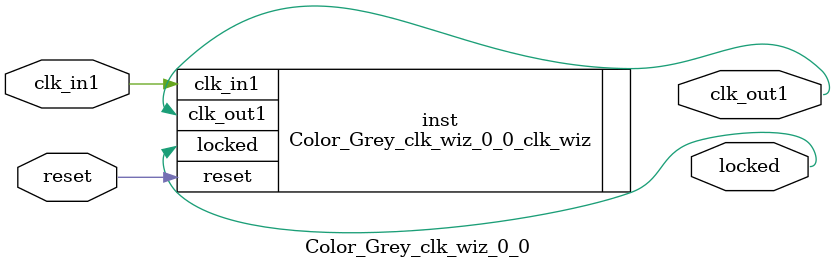
<source format=v>


`timescale 1ps/1ps

(* CORE_GENERATION_INFO = "Color_Grey_clk_wiz_0_0,clk_wiz_v6_0_6_0_0,{component_name=Color_Grey_clk_wiz_0_0,use_phase_alignment=true,use_min_o_jitter=false,use_max_i_jitter=false,use_dyn_phase_shift=false,use_inclk_switchover=false,use_dyn_reconfig=false,enable_axi=0,feedback_source=FDBK_AUTO,PRIMITIVE=MMCM,num_out_clk=1,clkin1_period=10.000,clkin2_period=10.000,use_power_down=false,use_reset=true,use_locked=true,use_inclk_stopped=false,feedback_type=SINGLE,CLOCK_MGR_TYPE=NA,manual_override=false}" *)

module Color_Grey_clk_wiz_0_0 
 (
  // Clock out ports
  output        clk_out1,
  // Status and control signals
  input         reset,
  output        locked,
 // Clock in ports
  input         clk_in1
 );

  Color_Grey_clk_wiz_0_0_clk_wiz inst
  (
  // Clock out ports  
  .clk_out1(clk_out1),
  // Status and control signals               
  .reset(reset), 
  .locked(locked),
 // Clock in ports
  .clk_in1(clk_in1)
  );

endmodule

</source>
